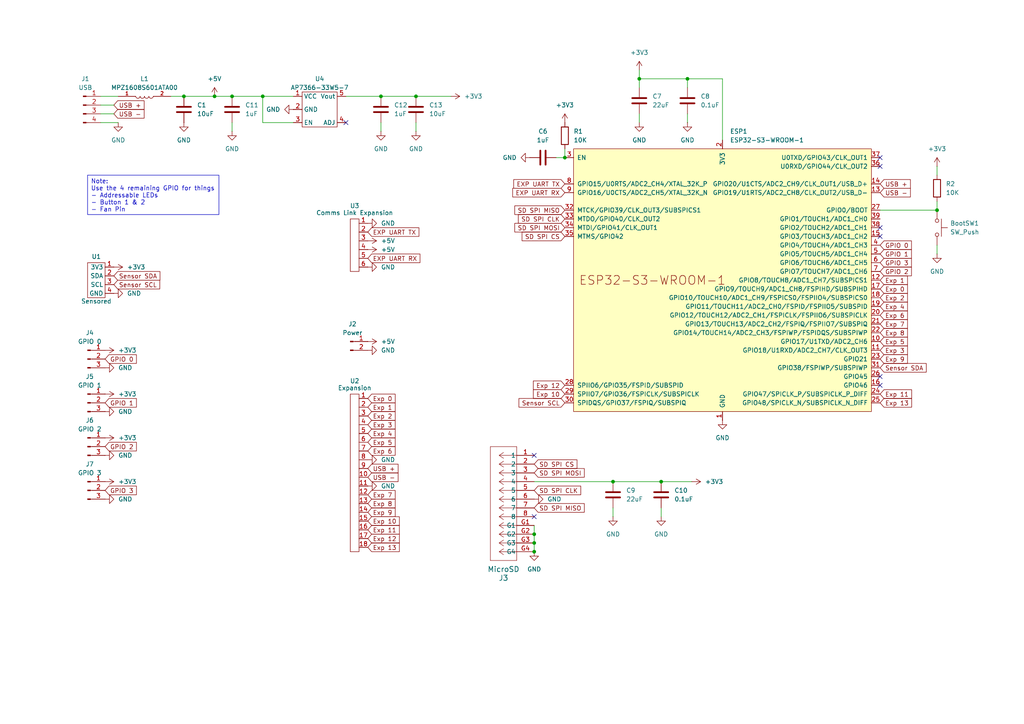
<source format=kicad_sch>
(kicad_sch (version 20231120) (generator "eeschema") (generator_version "8.0")
  (paper "A4")
  (lib_symbols
    (symbol "AP7366_SOT_25:AP7366_SOT25"
      (property "Reference" "U" (at 0 5.334 0))
      (symbol "AP7366_SOT25_0_1"
        (rectangle (start -5.08 3.81) (end 5.08 -6.35))
      )
      (symbol "AP7366_SOT25_1_1"
        (pin power_in line (at -7.62 2.54 0) (length 2.54) (name "VCC") (number "1"))
        (pin power_in line (at -7.62 -1.27 0) (length 2.54) (name "GND") (number "2"))
        (pin input line (at -7.62 -5.08 0) (length 2.54) (name "EN") (number "3"))
        (pin power_in line (at 7.62 -5.08 180) (length 2.54) (name "ADJ") (number "4"))
        (pin power_in line (at 7.62 2.54 180) (length 2.54) (name "Vout") (number "5"))
      )
    )
    (symbol "Connector:Conn_01x02_Pin" (pin_names (offset 1.016) hide)
      (property "Reference" "J" (at 0 2.54 0))
      (property "Value" "Conn_01x02_Pin" (at 0 -5.08 0))
      (symbol "Conn_01x02_Pin_1_1"
        (polyline (pts (xy 1.27 -2.54) (xy 0.8636 -2.54)) (stroke (width 0.1524)))
        (polyline (pts (xy 1.27 0) (xy 0.8636 0)) (stroke (width 0.1524)))
        (rectangle (start 0.8636 -2.413) (end 0 -2.667) (stroke (width 0.1524)) (fill (type outline)))
        (rectangle (start 0.8636 0.127) (end 0 -0.127) (stroke (width 0.1524)) (fill (type outline)))
        (pin passive line (at 5.08 0 180) (length 3.81) (name "Pin_1") (number "1"))
        (pin passive line (at 5.08 -2.54 180) (length 3.81) (name "Pin_2") (number "2"))
      )
    )
    (symbol "Connector:Conn_01x03_Pin" (pin_names (offset 1.016) hide)
      (property "Reference" "J" (at 0 5.08 0))
      (property "Value" "Conn_01x03_Pin" (at 0 -5.08 0))
      (symbol "Conn_01x03_Pin_1_1"
        (polyline (pts (xy 1.27 -2.54) (xy 0.8636 -2.54)) (stroke (width 0.1524)))
        (polyline (pts (xy 1.27 0) (xy 0.8636 0)) (stroke (width 0.1524)))
        (polyline (pts (xy 1.27 2.54) (xy 0.8636 2.54)) (stroke (width 0.1524)))
        (rectangle (start 0.8636 -2.413) (end 0 -2.667) (stroke (width 0.1524)) (fill (type outline)))
        (rectangle (start 0.8636 0.127) (end 0 -0.127) (stroke (width 0.1524)) (fill (type outline)))
        (rectangle (start 0.8636 2.667) (end 0 2.413) (stroke (width 0.1524)) (fill (type outline)))
        (pin passive line (at 5.08 2.54 180) (length 3.81) (name "Pin_1") (number "1"))
        (pin passive line (at 5.08 0 180) (length 3.81) (name "Pin_2") (number "2"))
        (pin passive line (at 5.08 -2.54 180) (length 3.81) (name "Pin_3") (number "3"))
      )
    )
    (symbol "Connector:Conn_01x04_Pin" (pin_names (offset 1.016) hide)
      (property "Reference" "J" (at 0 5.08 0))
      (property "Value" "Conn_01x04_Pin" (at 0 -7.62 0))
      (symbol "Conn_01x04_Pin_1_1"
        (polyline (pts (xy 1.27 -5.08) (xy 0.8636 -5.08)) (stroke (width 0.1524)))
        (polyline (pts (xy 1.27 -2.54) (xy 0.8636 -2.54)) (stroke (width 0.1524)))
        (polyline (pts (xy 1.27 0) (xy 0.8636 0)) (stroke (width 0.1524)))
        (polyline (pts (xy 1.27 2.54) (xy 0.8636 2.54)) (stroke (width 0.1524)))
        (rectangle (start 0.8636 -4.953) (end 0 -5.207) (stroke (width 0.1524)) (fill (type outline)))
        (rectangle (start 0.8636 -2.413) (end 0 -2.667) (stroke (width 0.1524)) (fill (type outline)))
        (rectangle (start 0.8636 0.127) (end 0 -0.127) (stroke (width 0.1524)) (fill (type outline)))
        (rectangle (start 0.8636 2.667) (end 0 2.413) (stroke (width 0.1524)) (fill (type outline)))
        (pin passive line (at 5.08 2.54 180) (length 3.81) (name "Pin_1") (number "1"))
        (pin passive line (at 5.08 0 180) (length 3.81) (name "Pin_2") (number "2"))
        (pin passive line (at 5.08 -2.54 180) (length 3.81) (name "Pin_3") (number "3"))
        (pin passive line (at 5.08 -5.08 180) (length 3.81) (name "Pin_4") (number "4"))
      )
    )
    (symbol "Device:C" (pin_numbers hide) (pin_names (offset 0.254))
      (property "Reference" "C" (at 0.635 2.54 0))
      (property "Value" "C" (at 0.635 -2.54 0))
      (symbol "C_0_1"
        (polyline (pts (xy -2.032 -0.762) (xy 2.032 -0.762)) (stroke (width 0.508)))
        (polyline (pts (xy -2.032 0.762) (xy 2.032 0.762)) (stroke (width 0.508)))
      )
      (symbol "C_1_1"
        (pin passive line (at 0 3.81 270) (length 2.794) (name "~") (number "1"))
        (pin passive line (at 0 -3.81 90) (length 2.794) (name "~") (number "2"))
      )
    )
    (symbol "Device:R" (pin_numbers hide) (pin_names (offset 0))
      (property "Reference" "R" (at 2.032 0 90))
      (property "Value" "R" (at 0 0 90))
      (symbol "R_0_1"
        (rectangle (start -1.016 -2.54) (end 1.016 2.54) (stroke (width 0.254)))
      )
      (symbol "R_1_1"
        (pin passive line (at 0 3.81 270) (length 1.27) (name "~") (number "1"))
        (pin passive line (at 0 -3.81 90) (length 1.27) (name "~") (number "2"))
      )
    )
    (symbol "FCC_Connector:FFC_18P"
      (property "Reference" "U" (at 0 24.384 0))
      (symbol "FFC_18P_0_1"
        (rectangle (start -1.27 22.86) (end 1.27 -22.86))
      )
      (symbol "FFC_18P_1_1"
        (pin input line (at 3.81 21.59 180) (length 2.54) (name "") (number "1"))
        (pin input line (at 3.81 -1.27 180) (length 2.54) (name "") (number "10"))
        (pin input line (at 3.81 -3.81 180) (length 2.54) (name "") (number "11"))
        (pin input line (at 3.81 -6.35 180) (length 2.54) (name "") (number "12"))
        (pin input line (at 3.81 -8.89 180) (length 2.54) (name "") (number "13"))
        (pin input line (at 3.81 -11.43 180) (length 2.54) (name "") (number "14"))
        (pin input line (at 3.81 -13.97 180) (length 2.54) (name "") (number "15"))
        (pin input line (at 3.81 -16.51 180) (length 2.54) (name "") (number "16"))
        (pin input line (at 3.81 -19.05 180) (length 2.54) (name "") (number "17"))
        (pin input line (at 3.81 -21.59 180) (length 2.54) (name "") (number "18"))
        (pin input line (at 3.81 19.05 180) (length 2.54) (name "") (number "2"))
        (pin input line (at 3.81 16.51 180) (length 2.54) (name "") (number "3"))
        (pin input line (at 3.81 13.97 180) (length 2.54) (name "") (number "4"))
        (pin input line (at 3.81 11.43 180) (length 2.54) (name "") (number "5"))
        (pin input line (at 3.81 8.89 180) (length 2.54) (name "") (number "6"))
        (pin input line (at 3.81 6.35 180) (length 2.54) (name "") (number "7"))
        (pin input line (at 3.81 3.81 180) (length 2.54) (name "") (number "8"))
        (pin input line (at 3.81 1.27 180) (length 2.54) (name "") (number "9"))
      )
    )
    (symbol "FCC_Connector:FFC_6P"
      (property "Reference" "U" (at 0 9.398 0))
      (symbol "FFC_6P_0_1"
        (rectangle (start -1.27 7.62) (end 1.27 -7.62))
      )
      (symbol "FFC_6P_1_1"
        (pin input line (at 3.81 6.35 180) (length 2.54) (name "") (number "1"))
        (pin input line (at 3.81 3.81 180) (length 2.54) (name "") (number "2"))
        (pin input line (at 3.81 1.27 180) (length 2.54) (name "") (number "3"))
        (pin input line (at 3.81 -1.27 180) (length 2.54) (name "") (number "4"))
        (pin input line (at 3.81 -3.81 180) (length 2.54) (name "") (number "5"))
        (pin input line (at 3.81 -6.35 180) (length 2.54) (name "") (number "6"))
      )
    )
    (symbol "Ferrite_Bead_MPZ1608S601ATA00:MPZ1608S601ATA00" (pin_names (offset 1.016))
      (property "Reference" "L" (at -5.0885 1.9082 0))
      (property "Value" "MPZ1608S601ATA00" (at -5.0854 -2.5427 0))
      (symbol "MPZ1608S601ATA00_0_0"
        (arc (start -2.54 0) (mid -1.905 -0.5747) (end -1.27 0) (stroke (width 0.1524)))
        (arc (start -1.27 0) (mid -0.635 -0.5747) (end 0 0) (stroke (width 0.1524)))
        (arc (start 0 0) (mid 0.635 -0.5747) (end 1.27 0) (stroke (width 0.1524)))
        (arc (start 1.27 0) (mid 1.905 -0.5747) (end 2.54 0) (stroke (width 0.1524)))
        (pin passive line (at -7.62 0 0) (length 5.08) (name "~") (number "1"))
        (pin passive line (at 7.62 0 180) (length 5.08) (name "~") (number "2"))
      )
    )
    (symbol "MicroSD_473092651:473092651" (pin_names (offset 0.254))
      (property "Reference" "J" (at 8.89 6.35 0))
      (property "Value" "473092651" (at 0 0 0))
      (symbol "473092651_1_1"
        (polyline (pts (xy 5.08 -30.48) (xy 12.7 -30.48)) (stroke (width 0.127)))
        (polyline (pts (xy 5.08 2.54) (xy 5.08 -30.48)) (stroke (width 0.127)))
        (polyline (pts (xy 10.16 -27.94) (xy 5.08 -27.94)) (stroke (width 0.127)))
        (polyline (pts (xy 10.16 -27.94) (xy 8.89 -28.7867)) (stroke (width 0.127)))
        (polyline (pts (xy 10.16 -27.94) (xy 8.89 -27.0933)) (stroke (width 0.127)))
        (polyline (pts (xy 10.16 -25.4) (xy 5.08 -25.4)) (stroke (width 0.127)))
        (polyline (pts (xy 10.16 -25.4) (xy 8.89 -26.2467)) (stroke (width 0.127)))
        (polyline (pts (xy 10.16 -25.4) (xy 8.89 -24.5533)) (stroke (width 0.127)))
        (polyline (pts (xy 10.16 -22.86) (xy 5.08 -22.86)) (stroke (width 0.127)))
        (polyline (pts (xy 10.16 -22.86) (xy 8.89 -23.7067)) (stroke (width 0.127)))
        (polyline (pts (xy 10.16 -22.86) (xy 8.89 -22.0133)) (stroke (width 0.127)))
        (polyline (pts (xy 10.16 -20.32) (xy 5.08 -20.32)) (stroke (width 0.127)))
        (polyline (pts (xy 10.16 -20.32) (xy 8.89 -21.1667)) (stroke (width 0.127)))
        (polyline (pts (xy 10.16 -20.32) (xy 8.89 -19.4733)) (stroke (width 0.127)))
        (polyline (pts (xy 10.16 -17.78) (xy 5.08 -17.78)) (stroke (width 0.127)))
        (polyline (pts (xy 10.16 -17.78) (xy 8.89 -18.6267)) (stroke (width 0.127)))
        (polyline (pts (xy 10.16 -17.78) (xy 8.89 -16.9333)) (stroke (width 0.127)))
        (polyline (pts (xy 10.16 -15.24) (xy 5.08 -15.24)) (stroke (width 0.127)))
        (polyline (pts (xy 10.16 -15.24) (xy 8.89 -16.0867)) (stroke (width 0.127)))
        (polyline (pts (xy 10.16 -15.24) (xy 8.89 -14.3933)) (stroke (width 0.127)))
        (polyline (pts (xy 10.16 -12.7) (xy 5.08 -12.7)) (stroke (width 0.127)))
        (polyline (pts (xy 10.16 -12.7) (xy 8.89 -13.5467)) (stroke (width 0.127)))
        (polyline (pts (xy 10.16 -12.7) (xy 8.89 -11.8533)) (stroke (width 0.127)))
        (polyline (pts (xy 10.16 -10.16) (xy 5.08 -10.16)) (stroke (width 0.127)))
        (polyline (pts (xy 10.16 -10.16) (xy 8.89 -11.0067)) (stroke (width 0.127)))
        (polyline (pts (xy 10.16 -10.16) (xy 8.89 -9.3133)) (stroke (width 0.127)))
        (polyline (pts (xy 10.16 -7.62) (xy 5.08 -7.62)) (stroke (width 0.127)))
        (polyline (pts (xy 10.16 -7.62) (xy 8.89 -8.4667)) (stroke (width 0.127)))
        (polyline (pts (xy 10.16 -7.62) (xy 8.89 -6.7733)) (stroke (width 0.127)))
        (polyline (pts (xy 10.16 -5.08) (xy 5.08 -5.08)) (stroke (width 0.127)))
        (polyline (pts (xy 10.16 -5.08) (xy 8.89 -5.9267)) (stroke (width 0.127)))
        (polyline (pts (xy 10.16 -5.08) (xy 8.89 -4.2333)) (stroke (width 0.127)))
        (polyline (pts (xy 10.16 -2.54) (xy 5.08 -2.54)) (stroke (width 0.127)))
        (polyline (pts (xy 10.16 -2.54) (xy 8.89 -3.3867)) (stroke (width 0.127)))
        (polyline (pts (xy 10.16 -2.54) (xy 8.89 -1.6933)) (stroke (width 0.127)))
        (polyline (pts (xy 10.16 0) (xy 5.08 0)) (stroke (width 0.127)))
        (polyline (pts (xy 10.16 0) (xy 8.89 -0.8467)) (stroke (width 0.127)))
        (polyline (pts (xy 10.16 0) (xy 8.89 0.8467)) (stroke (width 0.127)))
        (polyline (pts (xy 12.7 -30.48) (xy 12.7 2.54)) (stroke (width 0.127)))
        (polyline (pts (xy 12.7 2.54) (xy 5.08 2.54)) (stroke (width 0.127)))
        (pin bidirectional line (at 0 0 0) (length 5.08) (name "1") (number "1"))
        (pin unspecified line (at 0 -2.54 0) (length 5.08) (name "2") (number "2"))
        (pin unspecified line (at 0 -5.08 0) (length 5.08) (name "3") (number "3"))
        (pin power_in line (at 0 -7.62 0) (length 5.08) (name "4") (number "4"))
        (pin unspecified line (at 0 -10.16 0) (length 5.08) (name "5") (number "5"))
        (pin power_out line (at 0 -12.7 0) (length 5.08) (name "6") (number "6"))
        (pin bidirectional line (at 0 -15.24 0) (length 5.08) (name "7") (number "7"))
        (pin bidirectional line (at 0 -17.78 0) (length 5.08) (name "8") (number "8"))
        (pin power_out line (at 0 -20.32 0) (length 5.08) (name "G1") (number "G1"))
        (pin power_out line (at 0 -22.86 0) (length 5.08) (name "G2") (number "G2"))
        (pin unspecified line (at 0 -25.4 0) (length 5.08) (name "G3") (number "G3"))
        (pin unspecified line (at 0 -27.94 0) (length 5.08) (name "G4") (number "G4"))
      )
      (symbol "473092651_1_2"
        (polyline (pts (xy 5.08 -30.48) (xy 12.7 -30.48)) (stroke (width 0.127)))
        (polyline (pts (xy 5.08 2.54) (xy 5.08 -30.48)) (stroke (width 0.127)))
        (polyline (pts (xy 7.62 -27.94) (xy 5.08 -27.94)) (stroke (width 0.127)))
        (polyline (pts (xy 7.62 -27.94) (xy 8.89 -28.7867)) (stroke (width 0.127)))
        (polyline (pts (xy 7.62 -27.94) (xy 8.89 -27.0933)) (stroke (width 0.127)))
        (polyline (pts (xy 7.62 -25.4) (xy 5.08 -25.4)) (stroke (width 0.127)))
        (polyline (pts (xy 7.62 -25.4) (xy 8.89 -26.2467)) (stroke (width 0.127)))
        (polyline (pts (xy 7.62 -25.4) (xy 8.89 -24.5533)) (stroke (width 0.127)))
        (polyline (pts (xy 7.62 -22.86) (xy 5.08 -22.86)) (stroke (width 0.127)))
        (polyline (pts (xy 7.62 -22.86) (xy 8.89 -23.7067)) (stroke (width 0.127)))
        (polyline (pts (xy 7.62 -22.86) (xy 8.89 -22.0133)) (stroke (width 0.127)))
        (polyline (pts (xy 7.62 -20.32) (xy 5.08 -20.32)) (stroke (width 0.127)))
        (polyline (pts (xy 7.62 -20.32) (xy 8.89 -21.1667)) (stroke (width 0.127)))
        (polyline (pts (xy 7.62 -20.32) (xy 8.89 -19.4733)) (stroke (width 0.127)))
        (polyline (pts (xy 7.62 -17.78) (xy 5.08 -17.78)) (stroke (width 0.127)))
        (polyline (pts (xy 7.62 -17.78) (xy 8.89 -18.6267)) (stroke (width 0.127)))
        (polyline (pts (xy 7.62 -17.78) (xy 8.89 -16.9333)) (stroke (width 0.127)))
        (polyline (pts (xy 7.62 -15.24) (xy 5.08 -15.24)) (stroke (width 0.127)))
        (polyline (pts (xy 7.62 -15.24) (xy 8.89 -16.0867)) (stroke (width 0.127)))
        (polyline (pts (xy 7.62 -15.24) (xy 8.89 -14.3933)) (stroke (width 0.127)))
        (polyline (pts (xy 7.62 -12.7) (xy 5.08 -12.7)) (stroke (width 0.127)))
        (polyline (pts (xy 7.62 -12.7) (xy 8.89 -13.5467)) (stroke (width 0.127)))
        (polyline (pts (xy 7.62 -12.7) (xy 8.89 -11.8533)) (stroke (width 0.127)))
        (polyline (pts (xy 7.62 -10.16) (xy 5.08 -10.16)) (stroke (width 0.127)))
        (polyline (pts (xy 7.62 -10.16) (xy 8.89 -11.0067)) (stroke (width 0.127)))
        (polyline (pts (xy 7.62 -10.16) (xy 8.89 -9.3133)) (stroke (width 0.127)))
        (polyline (pts (xy 7.62 -7.62) (xy 5.08 -7.62)) (stroke (width 0.127)))
        (polyline (pts (xy 7.62 -7.62) (xy 8.89 -8.4667)) (stroke (width 0.127)))
        (polyline (pts (xy 7.62 -7.62) (xy 8.89 -6.7733)) (stroke (width 0.127)))
        (polyline (pts (xy 7.62 -5.08) (xy 5.08 -5.08)) (stroke (width 0.127)))
        (polyline (pts (xy 7.62 -5.08) (xy 8.89 -5.9267)) (stroke (width 0.127)))
        (polyline (pts (xy 7.62 -5.08) (xy 8.89 -4.2333)) (stroke (width 0.127)))
        (polyline (pts (xy 7.62 -2.54) (xy 5.08 -2.54)) (stroke (width 0.127)))
        (polyline (pts (xy 7.62 -2.54) (xy 8.89 -3.3867)) (stroke (width 0.127)))
        (polyline (pts (xy 7.62 -2.54) (xy 8.89 -1.6933)) (stroke (width 0.127)))
        (polyline (pts (xy 7.62 0) (xy 5.08 0)) (stroke (width 0.127)))
        (polyline (pts (xy 7.62 0) (xy 8.89 -0.8467)) (stroke (width 0.127)))
        (polyline (pts (xy 7.62 0) (xy 8.89 0.8467)) (stroke (width 0.127)))
        (polyline (pts (xy 12.7 -30.48) (xy 12.7 2.54)) (stroke (width 0.127)))
        (polyline (pts (xy 12.7 2.54) (xy 5.08 2.54)) (stroke (width 0.127)))
        (pin bidirectional line (at 0 0 0) (length 5.08) (name "1") (number "1"))
        (pin unspecified line (at 0 -2.54 0) (length 5.08) (name "2") (number "2"))
        (pin unspecified line (at 0 -5.08 0) (length 5.08) (name "3") (number "3"))
        (pin power_in line (at 0 -7.62 0) (length 5.08) (name "4") (number "4"))
        (pin unspecified line (at 0 -10.16 0) (length 5.08) (name "5") (number "5"))
        (pin power_out line (at 0 -12.7 0) (length 5.08) (name "6") (number "6"))
        (pin bidirectional line (at 0 -15.24 0) (length 5.08) (name "7") (number "7"))
        (pin bidirectional line (at 0 -17.78 0) (length 5.08) (name "8") (number "8"))
        (pin power_out line (at 0 -20.32 0) (length 5.08) (name "G1") (number "G1"))
        (pin power_out line (at 0 -22.86 0) (length 5.08) (name "G2") (number "G2"))
        (pin unspecified line (at 0 -25.4 0) (length 5.08) (name "G3") (number "G3"))
        (pin unspecified line (at 0 -27.94 0) (length 5.08) (name "G4") (number "G4"))
      )
    )
    (symbol "PCM_Espressif:ESP32-S3-WROOM-1" (pin_names (offset 1.016))
      (property "Reference" "U" (at -43.18 43.18 0))
      (property "Value" "ESP32-S3-WROOM-1" (at -43.18 40.64 0))
      (symbol "ESP32-S3-WROOM-1_0_0"
        (text "ESP32-S3-WROOM-1" (at -20.32 0 0) (effects (font (size 2.54 2.54))))
        (pin power_in line (at 0 -40.64 90) (length 2.54) (name "GND") (number "1"))
        (pin bidirectional line (at 45.72 -17.78 180) (length 2.54) (name "GPIO17/U1TXD/ADC2_CH6") (number "10"))
        (pin bidirectional line (at 45.72 -20.32 180) (length 2.54) (name "GPIO18/U1RXD/ADC2_CH7/CLK_OUT3") (number "11"))
        (pin bidirectional line (at 45.72 0 180) (length 2.54) (name "GPIO8/TOUCH8/ADC1_CH7/SUBSPICS1") (number "12"))
        (pin bidirectional line (at 45.72 25.4 180) (length 2.54) (name "GPIO19/U1RTS/ADC2_CH8/CLK_OUT2/USB_D-") (number "13"))
        (pin bidirectional line (at 45.72 27.94 180) (length 2.54) (name "GPIO20/U1CTS/ADC2_CH9/CLK_OUT1/USB_D+") (number "14"))
        (pin bidirectional line (at 45.72 12.7 180) (length 2.54) (name "GPIO3/TOUCH3/ADC1_CH2") (number "15"))
        (pin bidirectional line (at 45.72 -30.48 180) (length 2.54) (name "GPIO46") (number "16"))
        (pin bidirectional line (at 45.72 -2.54 180) (length 2.54) (name "GPIO9/TOUCH9/ADC1_CH8/FSPIHD/SUBSPIHD") (number "17"))
        (pin bidirectional line (at 45.72 -5.08 180) (length 2.54) (name "GPIO10/TOUCH10/ADC1_CH9/FSPICS0/FSPIIO4/SUBSPICS0") (number "18"))
        (pin bidirectional line (at 45.72 -7.62 180) (length 2.54) (name "GPIO11/TOUCH11/ADC2_CH0/FSPID/FSPIIO5/SUBSPID") (number "19"))
        (pin power_in line (at 0 40.64 270) (length 2.54) (name "3V3") (number "2"))
        (pin bidirectional line (at 45.72 -10.16 180) (length 2.54) (name "GPIO12/TOUCH12/ADC2_CH1/FSPICLK/FSPIIO6/SUBSPICLK") (number "20"))
        (pin bidirectional line (at 45.72 -12.7 180) (length 2.54) (name "GPIO13/TOUCH13/ADC2_CH2/FSPIQ/FSPIIO7/SUBSPIQ") (number "21"))
        (pin bidirectional line (at 45.72 -15.24 180) (length 2.54) (name "GPIO14/TOUCH14/ADC2_CH3/FSPIWP/FSPIDQS/SUBSPIWP") (number "22"))
        (pin bidirectional line (at 45.72 -22.86 180) (length 2.54) (name "GPIO21") (number "23"))
        (pin bidirectional line (at 45.72 -33.02 180) (length 2.54) (name "GPIO47/SPICLK_P/SUBSPICLK_P_DIFF") (number "24"))
        (pin bidirectional line (at 45.72 -35.56 180) (length 2.54) (name "GPIO48/SPICLK_N/SUBSPICLK_N_DIFF") (number "25"))
        (pin bidirectional line (at 45.72 -27.94 180) (length 2.54) (name "GPIO45") (number "26"))
        (pin bidirectional line (at 45.72 20.32 180) (length 2.54) (name "GPIO0/BOOT") (number "27"))
        (pin bidirectional line (at -45.72 -30.48 0) (length 2.54) (name "SPIIO6/GPIO35/FSPID/SUBSPID") (number "28"))
        (pin bidirectional line (at -45.72 -33.02 0) (length 2.54) (name "SPIIO7/GPIO36/FSPICLK/SUBSPICLK") (number "29"))
        (pin input line (at -45.72 35.56 0) (length 2.54) (name "EN") (number "3"))
        (pin bidirectional line (at -45.72 -35.56 0) (length 2.54) (name "SPIDQS/GPIO37/FSPIQ/SUBSPIQ") (number "30"))
        (pin bidirectional line (at 45.72 -25.4 180) (length 2.54) (name "GPIO38/FSPIWP/SUBSPIWP") (number "31"))
        (pin bidirectional line (at -45.72 20.32 0) (length 2.54) (name "MTCK/GPIO39/CLK_OUT3/SUBSPICS1") (number "32"))
        (pin bidirectional line (at -45.72 17.78 0) (length 2.54) (name "MTDO/GPIO40/CLK_OUT2") (number "33"))
        (pin bidirectional line (at -45.72 15.24 0) (length 2.54) (name "MTDI/GPIO41/CLK_OUT1") (number "34"))
        (pin bidirectional line (at -45.72 12.7 0) (length 2.54) (name "MTMS/GPIO42") (number "35"))
        (pin bidirectional line (at 45.72 33.02 180) (length 2.54) (name "U0RXD/GPIO44/CLK_OUT2") (number "36"))
        (pin bidirectional line (at 45.72 35.56 180) (length 2.54) (name "U0TXD/GPIO43/CLK_OUT1") (number "37"))
        (pin bidirectional line (at 45.72 15.24 180) (length 2.54) (name "GPIO2/TOUCH2/ADC1_CH1") (number "38"))
        (pin bidirectional line (at 45.72 17.78 180) (length 2.54) (name "GPIO1/TOUCH1/ADC1_CH0") (number "39"))
        (pin bidirectional line (at 45.72 10.16 180) (length 2.54) (name "GPIO4/TOUCH4/ADC1_CH3") (number "4"))
        (pin passive line (at 0 -40.64 90) (length 2.54) hide (name "GND") (number "40"))
        (pin passive line (at 0 -40.64 90) (length 2.54) hide (name "GND") (number "41"))
        (pin bidirectional line (at 45.72 7.62 180) (length 2.54) (name "GPIO5/TOUCH5/ADC1_CH4") (number "5"))
        (pin bidirectional line (at 45.72 5.08 180) (length 2.54) (name "GPIO6/TOUCH6/ADC1_CH5") (number "6"))
        (pin bidirectional line (at 45.72 2.54 180) (length 2.54) (name "GPIO7/TOUCH7/ADC1_CH6") (number "7"))
        (pin bidirectional line (at -45.72 27.94 0) (length 2.54) (name "GPIO15/U0RTS/ADC2_CH4/XTAL_32K_P") (number "8"))
        (pin bidirectional line (at -45.72 25.4 0) (length 2.54) (name "GPIO16/U0CTS/ADC2_CH5/XTAL_32K_N") (number "9"))
      )
      (symbol "ESP32-S3-WROOM-1_0_1"
        (rectangle (start -43.18 38.1) (end 43.18 -38.1) (fill (type background)))
      )
    )
    (symbol "Sensored:Sensored"
      (property "Reference" "U" (at 0 6.35 0))
      (symbol "Sensored_0_1"
        (rectangle (start -2.54 5.08) (end 2.54 -5.08))
      )
      (symbol "Sensored_1_1"
        (pin input line (at 5.08 3.81 180) (length 2.54) (name "3V3") (number "1"))
        (pin input line (at 5.08 1.27 180) (length 2.54) (name "SDA") (number "2"))
        (pin input line (at 5.08 -1.27 180) (length 2.54) (name "SCL") (number "3"))
        (pin input line (at 5.08 -3.81 180) (length 2.54) (name "GND") (number "4"))
      )
    )
    (symbol "Switch:SW_Push" (pin_numbers hide) (pin_names (offset 1.016) hide)
      (property "Reference" "SW" (at 1.27 2.54 0))
      (property "Value" "SW_Push" (at 0 -1.524 0))
      (symbol "SW_Push_0_1"
        (circle (center -2.032 0) (radius 0.508))
        (polyline (pts (xy 0 1.27) (xy 0 3.048)))
        (polyline (pts (xy 2.54 1.27) (xy -2.54 1.27)))
        (circle (center 2.032 0) (radius 0.508))
        (pin passive line (at -5.08 0 0) (length 2.54) (name "1") (number "1"))
        (pin passive line (at 5.08 0 180) (length 2.54) (name "2") (number "2"))
      )
    )
    (symbol "power:+3V3" (power) (pin_numbers hide) (pin_names (offset 0) hide)
      (property "Value" "+3V3" (at 0 3.556 0))
      (symbol "+3V3_0_1"
        (polyline (pts (xy -0.762 1.27) (xy 0 2.54)))
        (polyline (pts (xy 0 0) (xy 0 2.54)))
        (polyline (pts (xy 0 2.54) (xy 0.762 1.27)))
      )
      (symbol "+3V3_1_1"
        (pin power_in line (at 0 0 90) (length 0) (name "~") (number "1"))
      )
    )
    (symbol "power:+5V" (power) (pin_numbers hide) (pin_names (offset 0) hide)
      (property "Value" "+5V" (at 0 3.556 0))
      (symbol "+5V_0_1"
        (polyline (pts (xy -0.762 1.27) (xy 0 2.54)))
        (polyline (pts (xy 0 0) (xy 0 2.54)))
        (polyline (pts (xy 0 2.54) (xy 0.762 1.27)))
      )
      (symbol "+5V_1_1"
        (pin power_in line (at 0 0 90) (length 0) (name "~") (number "1"))
      )
    )
    (symbol "power:GND" (power) (pin_numbers hide) (pin_names (offset 0) hide)
      (property "Value" "GND" (at 0 -3.81 0))
      (symbol "GND_0_1"
        (polyline (pts (xy 0 0) (xy 0 -1.27) (xy 1.27 -1.27) (xy 0 -2.54) (xy -1.27 -1.27) (xy 0 -1.27)))
      )
      (symbol "GND_1_1"
        (pin power_in line (at 0 0 270) (length 0) (name "~") (number "1"))
      )
    )
  )
  (junction (at 120.65 27.94))
  (junction (at 271.78 60.96))
  (junction (at 62.23 27.94))
  (junction (at 76.2 27.94))
  (junction (at 53.34 27.94))
  (junction (at 67.31 27.94))
  (junction (at 199.39 22.86))
  (junction (at 163.83 45.72))
  (junction (at 154.94 160.02))
  (junction (at 110.49 27.94))
  (junction (at 154.94 154.94))
  (junction (at 154.94 157.48))
  (junction (at 177.8 139.7))
  (junction (at 185.42 22.86))
  (junction (at 191.77 139.7))
  (no_connect (at 255.27 66.04))
  (no_connect (at 255.27 111.76))
  (no_connect (at 154.94 149.86))
  (no_connect (at 100.33 35.56))
  (no_connect (at 255.27 109.22))
  (no_connect (at 255.27 68.58))
  (no_connect (at 154.94 132.08))
  (no_connect (at 255.27 48.26))
  (no_connect (at 255.27 45.72))
  (wire (pts (xy 271.78 48.26) (xy 271.78 50.8)))
  (wire (pts (xy 29.21 30.48) (xy 33.02 30.48)))
  (wire (pts (xy 67.31 27.94) (xy 76.2 27.94)))
  (wire (pts (xy 110.49 35.56) (xy 110.49 38.1)))
  (wire (pts (xy 163.83 43.18) (xy 163.83 45.72)))
  (wire (pts (xy 271.78 73.66) (xy 271.78 71.12)))
  (wire (pts (xy 67.31 35.56) (xy 67.31 38.1)))
  (wire (pts (xy 271.78 58.42) (xy 271.78 60.96)))
  (wire (pts (xy 209.55 22.86) (xy 209.55 40.64)))
  (wire (pts (xy 53.34 27.94) (xy 62.23 27.94)))
  (wire (pts (xy 154.94 157.48) (xy 154.94 160.02)))
  (wire (pts (xy 100.33 27.94) (xy 110.49 27.94)))
  (wire (pts (xy 120.65 27.94) (xy 110.49 27.94)))
  (wire (pts (xy 161.29 45.72) (xy 163.83 45.72)))
  (wire (pts (xy 185.42 22.86) (xy 185.42 25.4)))
  (wire (pts (xy 120.65 27.94) (xy 130.81 27.94)))
  (wire (pts (xy 154.94 139.7) (xy 177.8 139.7)))
  (wire (pts (xy 177.8 139.7) (xy 191.77 139.7)))
  (wire (pts (xy 29.21 35.56) (xy 34.29 35.56)))
  (wire (pts (xy 199.39 22.86) (xy 209.55 22.86)))
  (wire (pts (xy 177.8 147.32) (xy 177.8 149.86)))
  (wire (pts (xy 154.94 152.4) (xy 154.94 154.94)))
  (wire (pts (xy 76.2 27.94) (xy 85.09 27.94)))
  (wire (pts (xy 76.2 35.56) (xy 76.2 27.94)))
  (wire (pts (xy 185.42 33.02) (xy 185.42 35.56)))
  (wire (pts (xy 85.09 35.56) (xy 76.2 35.56)))
  (wire (pts (xy 120.65 35.56) (xy 120.65 38.1)))
  (wire (pts (xy 49.53 27.94) (xy 53.34 27.94)))
  (wire (pts (xy 154.94 154.94) (xy 154.94 157.48)))
  (wire (pts (xy 199.39 22.86) (xy 199.39 25.4)))
  (wire (pts (xy 199.39 33.02) (xy 199.39 35.56)))
  (wire (pts (xy 29.21 33.02) (xy 33.02 33.02)))
  (wire (pts (xy 62.23 27.94) (xy 67.31 27.94)))
  (wire (pts (xy 29.21 27.94) (xy 34.29 27.94)))
  (wire (pts (xy 191.77 147.32) (xy 191.77 149.86)))
  (wire (pts (xy 200.66 139.7) (xy 191.77 139.7)))
  (wire (pts (xy 255.27 60.96) (xy 271.78 60.96)))
  (wire (pts (xy 185.42 20.32) (xy 185.42 22.86)))
  (wire (pts (xy 185.42 22.86) (xy 199.39 22.86)))
  (text_box "Note:\nUse the 4 remaining GPIO for things\n- Addressable LEDs\n- Button 1 & 2\n- Fan Pin" (at 25.4 50.8 0) (size 38.1 11.43) (effects (font (size 1.27 1.27)) (justify left top)))
  (global_label "Exp 4" (shape input) (at 106.68 125.73 0) (property "Intersheetrefs" "${INTERSHEET_REFS}" (effects (hide yes))))
  (global_label "Exp 7" (shape input) (at 106.68 143.51 0) (property "Intersheetrefs" "${INTERSHEET_REFS}" (effects (hide yes))))
  (global_label "SD SPI MOSI" (shape input) (at 154.94 137.16 0) (property "Intersheetrefs" "${INTERSHEET_REFS}" (effects (hide yes))))
  (global_label "USB -" (shape input) (at 255.27 55.88 0) (property "Intersheetrefs" "${INTERSHEET_REFS}" (effects (hide yes))))
  (global_label "Sensor SDA" (shape input) (at 33.02 80.01 0) (property "Intersheetrefs" "${INTERSHEET_REFS}" (effects (hide yes))))
  (global_label "GPIO 3" (shape input) (at 30.48 142.24 0) (property "Intersheetrefs" "${INTERSHEET_REFS}" (effects (hide yes))))
  (global_label "Exp 0" (shape input) (at 255.27 83.82 0) (property "Intersheetrefs" "${INTERSHEET_REFS}" (effects (hide yes))))
  (global_label "Exp 10" (shape input) (at 106.68 151.13 0) (property "Intersheetrefs" "${INTERSHEET_REFS}" (effects (hide yes))))
  (global_label "GPIO 0" (shape input) (at 30.48 104.14 0) (property "Intersheetrefs" "${INTERSHEET_REFS}" (effects (hide yes))))
  (global_label "GPIO 1" (shape input) (at 255.27 73.66 0) (property "Intersheetrefs" "${INTERSHEET_REFS}" (effects (hide yes))))
  (global_label "Exp 2" (shape input) (at 255.27 86.36 0) (property "Intersheetrefs" "${INTERSHEET_REFS}" (effects (hide yes))))
  (global_label "Sensor SDA" (shape input) (at 255.27 106.68 0) (property "Intersheetrefs" "${INTERSHEET_REFS}" (effects (hide yes))))
  (global_label "USB +" (shape input) (at 33.02 30.48 0) (property "Intersheetrefs" "${INTERSHEET_REFS}" (effects (hide yes))))
  (global_label "SD SPI CS" (shape input) (at 154.94 134.62 0) (property "Intersheetrefs" "${INTERSHEET_REFS}" (effects (hide yes))))
  (global_label "Exp 10" (shape input) (at 163.83 114.3 180) (property "Intersheetrefs" "${INTERSHEET_REFS}" (effects (hide yes))))
  (global_label "GPIO 2" (shape input) (at 30.48 129.54 0) (property "Intersheetrefs" "${INTERSHEET_REFS}" (effects (hide yes))))
  (global_label "SD SPI CLK" (shape input) (at 154.94 142.24 0) (property "Intersheetrefs" "${INTERSHEET_REFS}" (effects (hide yes))))
  (global_label "Exp 12" (shape input) (at 106.68 156.21 0) (property "Intersheetrefs" "${INTERSHEET_REFS}" (effects (hide yes))))
  (global_label "Exp 8" (shape input) (at 106.68 146.05 0) (property "Intersheetrefs" "${INTERSHEET_REFS}" (effects (hide yes))))
  (global_label "Exp 3" (shape input) (at 106.68 123.19 0) (property "Intersheetrefs" "${INTERSHEET_REFS}" (effects (hide yes))))
  (global_label "SD SPI MOSI" (shape input) (at 163.83 66.04 180) (property "Intersheetrefs" "${INTERSHEET_REFS}" (effects (hide yes))))
  (global_label "SD SPI MISO" (shape input) (at 163.83 60.96 180) (property "Intersheetrefs" "${INTERSHEET_REFS}" (effects (hide yes))))
  (global_label "Exp 13" (shape input) (at 255.27 116.84 0) (property "Intersheetrefs" "${INTERSHEET_REFS}" (effects (hide yes))))
  (global_label "SD SPI CLK" (shape input) (at 163.83 63.5 180) (property "Intersheetrefs" "${INTERSHEET_REFS}" (effects (hide yes))))
  (global_label "Exp 6" (shape input) (at 255.27 91.44 0) (property "Intersheetrefs" "${INTERSHEET_REFS}" (effects (hide yes))))
  (global_label "GPIO 0" (shape input) (at 255.27 71.12 0) (property "Intersheetrefs" "${INTERSHEET_REFS}" (effects (hide yes))))
  (global_label "EXP UART TX" (shape input) (at 163.83 53.34 180) (property "Intersheetrefs" "${INTERSHEET_REFS}" (effects (hide yes))))
  (global_label "Sensor SCL" (shape input) (at 163.83 116.84 180) (property "Intersheetrefs" "${INTERSHEET_REFS}" (effects (hide yes))))
  (global_label "Exp 4" (shape input) (at 255.27 88.9 0) (property "Intersheetrefs" "${INTERSHEET_REFS}" (effects (hide yes))))
  (global_label "USB +" (shape input) (at 106.68 135.89 0) (property "Intersheetrefs" "${INTERSHEET_REFS}" (effects (hide yes))))
  (global_label "SD SPI MISO" (shape input) (at 154.94 147.32 0) (property "Intersheetrefs" "${INTERSHEET_REFS}" (effects (hide yes))))
  (global_label "EXP UART TX" (shape input) (at 106.68 67.31 0) (property "Intersheetrefs" "${INTERSHEET_REFS}" (effects (hide yes))))
  (global_label "GPIO 2" (shape input) (at 255.27 78.74 0) (property "Intersheetrefs" "${INTERSHEET_REFS}" (effects (hide yes))))
  (global_label "Exp 1" (shape input) (at 255.27 81.28 0) (property "Intersheetrefs" "${INTERSHEET_REFS}" (effects (hide yes))))
  (global_label "Exp 13" (shape input) (at 106.68 158.75 0) (property "Intersheetrefs" "${INTERSHEET_REFS}" (effects (hide yes))))
  (global_label "Exp 5" (shape input) (at 255.27 99.06 0) (property "Intersheetrefs" "${INTERSHEET_REFS}" (effects (hide yes))))
  (global_label "SD SPI CS" (shape input) (at 163.83 68.58 180) (property "Intersheetrefs" "${INTERSHEET_REFS}" (effects (hide yes))))
  (global_label "EXP UART RX" (shape input) (at 106.68 74.93 0) (property "Intersheetrefs" "${INTERSHEET_REFS}" (effects (hide yes))))
  (global_label "Exp 12" (shape input) (at 163.83 111.76 180) (property "Intersheetrefs" "${INTERSHEET_REFS}" (effects (hide yes))))
  (global_label "Exp 1" (shape input) (at 106.68 118.11 0) (property "Intersheetrefs" "${INTERSHEET_REFS}" (effects (hide yes))))
  (global_label "Exp 3" (shape input) (at 255.27 101.6 0) (property "Intersheetrefs" "${INTERSHEET_REFS}" (effects (hide yes))))
  (global_label "Exp 6" (shape input) (at 106.68 130.81 0) (property "Intersheetrefs" "${INTERSHEET_REFS}" (effects (hide yes))))
  (global_label "Exp 11" (shape input) (at 255.27 114.3 0) (property "Intersheetrefs" "${INTERSHEET_REFS}" (effects (hide yes))))
  (global_label "Exp 7" (shape input) (at 255.27 93.98 0) (property "Intersheetrefs" "${INTERSHEET_REFS}" (effects (hide yes))))
  (global_label "Exp 2" (shape input) (at 106.68 120.65 0) (property "Intersheetrefs" "${INTERSHEET_REFS}" (effects (hide yes))))
  (global_label "USB -" (shape input) (at 106.68 138.43 0) (property "Intersheetrefs" "${INTERSHEET_REFS}" (effects (hide yes))))
  (global_label "Exp 5" (shape input) (at 106.68 128.27 0) (property "Intersheetrefs" "${INTERSHEET_REFS}" (effects (hide yes))))
  (global_label "USB +" (shape input) (at 255.27 53.34 0) (property "Intersheetrefs" "${INTERSHEET_REFS}" (effects (hide yes))))
  (global_label "USB -" (shape input) (at 33.02 33.02 0) (property "Intersheetrefs" "${INTERSHEET_REFS}" (effects (hide yes))))
  (global_label "Exp 9" (shape input) (at 106.68 148.59 0) (property "Intersheetrefs" "${INTERSHEET_REFS}" (effects (hide yes))))
  (global_label "GPIO 3" (shape input) (at 255.27 76.2 0) (property "Intersheetrefs" "${INTERSHEET_REFS}" (effects (hide yes))))
  (global_label "Exp 8" (shape input) (at 255.27 96.52 0) (property "Intersheetrefs" "${INTERSHEET_REFS}" (effects (hide yes))))
  (global_label "EXP UART RX" (shape input) (at 163.83 55.88 180) (property "Intersheetrefs" "${INTERSHEET_REFS}" (effects (hide yes))))
  (global_label "Exp 11" (shape input) (at 106.68 153.67 0) (property "Intersheetrefs" "${INTERSHEET_REFS}" (effects (hide yes))))
  (global_label "GPIO 1" (shape input) (at 30.48 116.84 0) (property "Intersheetrefs" "${INTERSHEET_REFS}" (effects (hide yes))))
  (global_label "Exp 9" (shape input) (at 255.27 104.14 0) (property "Intersheetrefs" "${INTERSHEET_REFS}" (effects (hide yes))))
  (global_label "Exp 0" (shape input) (at 106.68 115.57 0) (property "Intersheetrefs" "${INTERSHEET_REFS}" (effects (hide yes))))
  (global_label "Sensor SCL" (shape input) (at 33.02 82.55 0) (property "Intersheetrefs" "${INTERSHEET_REFS}" (effects (hide yes))))
  (symbol (lib_id "power:+3V3") (at 30.48 114.3 270) (unit 1)
    (property "Reference" "#PWR034" (effects (hide yes)))
    (property "Value" "+3V3" (at 34.29 114.2999 90) (effects (justify left)))
    (property "Description" "Power symbol creates a global label with name \"+3V3\"" (effects (hide yes)))
  )
  (symbol (lib_id "Switch:SW_Push") (at 271.78 66.04 270) (unit 1)
    (property "Reference" "BootSW1" (at 275.59 64.7699 90) (effects (justify left)))
    (property "Value" "SW_Push" (at 275.59 67.3099 90) (effects (justify left)))
    (property "Footprint" "Button-R-667843:Button-R-667843" (effects (hide yes)))
    (property "Description" "Push button switch, generic, two pins" (effects (hide yes)))
  )
  (symbol (lib_id "power:GND") (at 153.67 45.72 270) (unit 1)
    (property "Reference" "#PWR011" (effects (hide yes)))
    (property "Value" "GND" (at 149.86 45.7199 90) (effects (justify right)))
    (property "Description" "Power symbol creates a global label with name \"GND\" , ground" (effects (hide yes)))
  )
  (symbol (lib_id "Ferrite_Bead_MPZ1608S601ATA00:MPZ1608S601ATA00") (at 41.91 27.94 0) (unit 1)
    (property "Reference" "L1" (at 41.91 22.86 0))
    (property "Value" "MPZ1608S601ATA00" (at 41.91 25.4 0))
    (property "Footprint" "Ferrite_Bead_MPZ1608S601ATA00:INDC1608X95N" (effects (hide yes)))
  )
  (symbol (lib_id "PCM_Espressif:ESP32-S3-WROOM-1") (at 209.55 81.28 0) (unit 1)
    (property "Reference" "ESP1" (at 211.7441 38.1 0) (effects (justify left)))
    (property "Value" "ESP32-S3-WROOM-1" (at 211.7441 40.64 0) (effects (justify left)))
    (property "Footprint" "PCM_Espressif:ESP32-S3-WROOM-1U" (effects (hide yes)))
    (property "Datasheet" "https://www.espressif.com/sites/default/files/documentation/esp32-s3-wroom-1_wroom-1u_datasheet_en.pdf" (effects (hide yes)))
    (property "Description" "2.4 GHz WiFi (802.11 b/g/n) and Bluetooth ® 5 (LE) module Built around ESP32S3 series of SoCs, Xtensa ® dualcore 32bit LX7 microprocessor Flash up to 16 MB, PSRAM up to 8 MB 36 GPIOs, rich set of peripherals Onboard PCB antenna" (effects (hide yes)))
  )
  (symbol (lib_id "Device:C") (at 120.65 31.75 0) (unit 1)
    (property "Reference" "C13" (at 124.46 30.4799 0) (effects (justify left)))
    (property "Value" "10uF" (at 124.46 33.0199 0) (effects (justify left)))
    (property "Footprint" "Capacitor_SMD:C_0603_1608Metric" (effects (hide yes)))
    (property "Description" "Unpolarized capacitor" (effects (hide yes)))
  )
  (symbol (lib_id "power:GND") (at 106.68 101.6 90) (unit 1)
    (property "Reference" "#PWR025" (effects (hide yes)))
    (property "Value" "GND" (at 110.49 101.5999 90) (effects (justify right)))
    (property "Description" "Power symbol creates a global label with name \"GND\" , ground" (effects (hide yes)))
  )
  (symbol (lib_id "power:GND") (at 30.48 132.08 90) (unit 1)
    (property "Reference" "#PWR037" (effects (hide yes)))
    (property "Value" "GND" (at 34.29 132.0799 90) (effects (justify right)))
    (property "Description" "Power symbol creates a global label with name \"GND\" , ground" (effects (hide yes)))
  )
  (symbol (lib_id "power:GND") (at 185.42 35.56 0) (unit 1)
    (property "Reference" "#PWR014" (effects (hide yes)))
    (property "Value" "GND" (at 185.42 40.64 0))
    (property "Description" "Power symbol creates a global label with name \"GND\" , ground" (effects (hide yes)))
  )
  (symbol (lib_id "Sensored:Sensored") (at 27.94 81.28 0) (unit 1)
    (property "Reference" "U1" (at 27.94 74.422 0))
    (property "Value" "Sensored" (at 27.94 87.376 0))
    (property "Footprint" "Sensored:Sensored" (effects (hide yes)))
  )
  (symbol (lib_id "power:GND") (at 85.09 31.75 270) (unit 1)
    (property "Reference" "#PWR028" (effects (hide yes)))
    (property "Value" "GND" (at 81.28 31.7499 90) (effects (justify right)))
    (property "Description" "Power symbol creates a global label with name \"GND\" , ground" (effects (hide yes)))
  )
  (symbol (lib_id "AP7366_SOT_25:AP7366_SOT25") (at 92.71 30.48 0) (unit 1)
    (property "Reference" "U4" (at 92.71 22.86 0))
    (property "Value" "AP7366-33W5-7" (at 92.71 25.4 0))
    (property "Footprint" "AP7366-SOT25:AP7366" (effects (hide yes)))
  )
  (symbol (lib_id "power:GND") (at 106.68 140.97 90) (unit 1)
    (property "Reference" "#PWR07" (effects (hide yes)))
    (property "Value" "GND" (at 110.49 140.9699 90) (effects (justify right)))
    (property "Description" "Power symbol creates a global label with name \"GND\" , ground" (effects (hide yes)))
  )
  (symbol (lib_id "power:+3V3") (at 200.66 139.7 270) (unit 1)
    (property "Reference" "#PWR020" (effects (hide yes)))
    (property "Value" "+3V3" (at 204.47 139.6999 90) (effects (justify left)))
    (property "Description" "Power symbol creates a global label with name \"+3V3\"" (effects (hide yes)))
  )
  (symbol (lib_id "Device:C") (at 191.77 143.51 0) (unit 1)
    (property "Reference" "C10" (at 195.58 142.2399 0) (effects (justify left)))
    (property "Value" "0.1uF" (at 195.58 144.7799 0) (effects (justify left)))
    (property "Footprint" "Capacitor_SMD:C_0402_1005Metric_Pad0.74x0.62mm_HandSolder" (effects (hide yes)))
    (property "Description" "Unpolarized capacitor" (effects (hide yes)))
  )
  (symbol (lib_id "power:+5V") (at 106.68 69.85 270) (unit 1)
    (property "Reference" "#PWR09" (effects (hide yes)))
    (property "Value" "+5V" (at 110.49 69.8499 90) (effects (justify left)))
    (property "Description" "Power symbol creates a global label with name \"+5V\"" (effects (hide yes)))
  )
  (symbol (lib_id "Device:C") (at 185.42 29.21 0) (unit 1)
    (property "Reference" "C7" (at 189.23 27.9399 0) (effects (justify left)))
    (property "Value" "22uF" (at 189.23 30.4799 0) (effects (justify left)))
    (property "Footprint" "Capacitor_SMD:C_0603_1608Metric_Pad1.08x0.95mm_HandSolder" (effects (hide yes)))
    (property "Description" "Unpolarized capacitor" (effects (hide yes)))
  )
  (symbol (lib_id "power:GND") (at 177.8 149.86 0) (unit 1)
    (property "Reference" "#PWR018" (effects (hide yes)))
    (property "Value" "GND" (at 177.8 154.94 0))
    (property "Description" "Power symbol creates a global label with name \"GND\" , ground" (effects (hide yes)))
  )
  (symbol (lib_id "power:+5V") (at 62.23 27.94 0) (unit 1)
    (property "Reference" "#PWR08" (effects (hide yes)))
    (property "Value" "+5V" (at 62.23 22.86 0))
    (property "Description" "Power symbol creates a global label with name \"+5V\"" (effects (hide yes)))
  )
  (symbol (lib_id "MicroSD_473092651:473092651") (at 154.94 132.08 0) (mirror y) (unit 1)
    (property "Reference" "J3" (at 146.05 167.64 0) (effects (font (size 1.524 1.524))))
    (property "Value" "MicroSD" (at 146.05 165.1 0) (effects (font (size 1.524 1.524))))
    (property "Footprint" "MicroSD_473092651:CONN12_47309-2651_MOL" (effects (hide yes)))
    (property "Datasheet" "473092651" (effects (hide yes)))
  )
  (symbol (lib_id "power:GND") (at 110.49 38.1 0) (unit 1)
    (property "Reference" "#PWR029" (effects (hide yes)))
    (property "Value" "GND" (at 110.49 43.18 0))
    (property "Description" "Power symbol creates a global label with name \"GND\" , ground" (effects (hide yes)))
  )
  (symbol (lib_id "power:GND") (at 67.31 38.1 0) (unit 1)
    (property "Reference" "#PWR027" (effects (hide yes)))
    (property "Value" "GND" (at 67.31 43.18 0))
    (property "Description" "Power symbol creates a global label with name \"GND\" , ground" (effects (hide yes)))
  )
  (symbol (lib_id "Device:R") (at 163.83 39.37 0) (unit 1)
    (property "Reference" "R1" (at 166.37 38.0999 0) (effects (justify left)))
    (property "Value" "10K" (at 166.37 40.6399 0) (effects (justify left)))
    (property "Footprint" "Resistor_SMD:R_0603_1608Metric" (effects (hide yes)))
    (property "Description" "Resistor" (effects (hide yes)))
  )
  (symbol (lib_id "Connector:Conn_01x03_Pin") (at 25.4 104.14 0) (unit 1)
    (property "Reference" "J4" (at 26.035 96.52 0))
    (property "Value" "GPIO 0" (at 26.035 99.06 0))
    (property "Footprint" "Connector_PinHeader_2.54mm:PinHeader_1x03_P2.54mm_Vertical" (effects (hide yes)))
    (property "Description" "Generic connector, single row, 01x03, script generated" (effects (hide yes)))
  )
  (symbol (lib_id "power:GND") (at 34.29 35.56 0) (unit 1)
    (property "Reference" "#PWR024" (effects (hide yes)))
    (property "Value" "GND" (at 34.29 40.64 0))
    (property "Description" "Power symbol creates a global label with name \"GND\" , ground" (effects (hide yes)))
  )
  (symbol (lib_id "Device:C") (at 177.8 143.51 0) (unit 1)
    (property "Reference" "C9" (at 181.61 142.2399 0) (effects (justify left)))
    (property "Value" "22uF" (at 181.61 144.7799 0) (effects (justify left)))
    (property "Footprint" "Capacitor_SMD:C_0603_1608Metric_Pad1.08x0.95mm_HandSolder" (effects (hide yes)))
    (property "Description" "Unpolarized capacitor" (effects (hide yes)))
  )
  (symbol (lib_id "power:GND") (at 154.94 144.78 90) (unit 1)
    (property "Reference" "#PWR05" (effects (hide yes)))
    (property "Value" "GND" (at 158.75 144.7799 90) (effects (justify right)))
    (property "Description" "Power symbol creates a global label with name \"GND\" , ground" (effects (hide yes)))
  )
  (symbol (lib_id "Connector:Conn_01x04_Pin") (at 24.13 30.48 0) (unit 1)
    (property "Reference" "J1" (at 24.765 22.86 0))
    (property "Value" "USB" (at 24.765 25.4 0))
    (property "Footprint" "Connector_Hirose:Hirose_DF13-04P-1.25DS_1x04_P1.25mm_Horizontal" (effects (hide yes)))
    (property "Description" "Generic connector, single row, 01x04, script generated" (effects (hide yes)))
  )
  (symbol (lib_id "Device:C") (at 157.48 45.72 90) (unit 1)
    (property "Reference" "C6" (at 157.48 38.1 90))
    (property "Value" "1uF" (at 157.48 40.64 90))
    (property "Footprint" "Capacitor_SMD:C_0603_1608Metric" (effects (hide yes)))
    (property "Description" "Unpolarized capacitor" (effects (hide yes)))
  )
  (symbol (lib_id "FCC_Connector:FFC_18P") (at 102.87 137.16 0) (unit 1)
    (property "Reference" "U2" (at 102.87 110.49 0))
    (property "Value" "Expansion" (at 102.87 112.522 0))
    (property "Footprint" "FFC_Connector:FFC Aliexpress 0.5mm 18P" (effects (hide yes)))
  )
  (symbol (lib_id "power:+3V3") (at 30.48 101.6 270) (unit 1)
    (property "Reference" "#PWR032" (effects (hide yes)))
    (property "Value" "+3V3" (at 34.29 101.5999 90) (effects (justify left)))
    (property "Description" "Power symbol creates a global label with name \"+3V3\"" (effects (hide yes)))
  )
  (symbol (lib_id "power:+3V3") (at 185.42 20.32 0) (unit 1)
    (property "Reference" "#PWR013" (effects (hide yes)))
    (property "Value" "+3V3" (at 185.42 15.24 0))
    (property "Description" "Power symbol creates a global label with name \"+3V3\"" (effects (hide yes)))
  )
  (symbol (lib_id "power:GND") (at 120.65 38.1 0) (unit 1)
    (property "Reference" "#PWR030" (effects (hide yes)))
    (property "Value" "GND" (at 120.65 43.18 0))
    (property "Description" "Power symbol creates a global label with name \"GND\" , ground" (effects (hide yes)))
  )
  (symbol (lib_id "power:GND") (at 53.34 35.56 0) (unit 1)
    (property "Reference" "#PWR031" (effects (hide yes)))
    (property "Value" "GND" (at 53.34 40.64 0))
    (property "Description" "Power symbol creates a global label with name \"GND\" , ground" (effects (hide yes)))
  )
  (symbol (lib_id "power:GND") (at 106.68 64.77 90) (unit 1)
    (property "Reference" "#PWR016" (effects (hide yes)))
    (property "Value" "GND" (at 110.49 64.7699 90) (effects (justify right)))
    (property "Description" "Power symbol creates a global label with name \"GND\" , ground" (effects (hide yes)))
  )
  (symbol (lib_id "Device:C") (at 67.31 31.75 0) (unit 1)
    (property "Reference" "C11" (at 71.12 30.4799 0) (effects (justify left)))
    (property "Value" "1uF" (at 71.12 33.0199 0) (effects (justify left)))
    (property "Footprint" "Resistor_SMD:R_0603_1608Metric" (effects (hide yes)))
    (property "Description" "Unpolarized capacitor" (effects (hide yes)))
  )
  (symbol (lib_id "power:GND") (at 106.68 77.47 90) (unit 1)
    (property "Reference" "#PWR023" (effects (hide yes)))
    (property "Value" "GND" (at 110.49 77.4699 90) (effects (justify right)))
    (property "Description" "Power symbol creates a global label with name \"GND\" , ground" (effects (hide yes)))
  )
  (symbol (lib_id "power:+3V3") (at 271.78 48.26 0) (unit 1)
    (property "Reference" "#PWR021" (effects (hide yes)))
    (property "Value" "+3V3" (at 271.78 43.18 0))
    (property "Description" "Power symbol creates a global label with name \"+3V3\"" (effects (hide yes)))
  )
  (symbol (lib_id "power:+3V3") (at 33.02 77.47 270) (unit 1)
    (property "Reference" "#PWR02" (effects (hide yes)))
    (property "Value" "+3V3" (at 36.83 77.4699 90) (effects (justify left)))
    (property "Description" "Power symbol creates a global label with name \"+3V3\"" (effects (hide yes)))
  )
  (symbol (lib_id "power:+3V3") (at 30.48 127 270) (unit 1)
    (property "Reference" "#PWR036" (effects (hide yes)))
    (property "Value" "+3V3" (at 34.29 126.9999 90) (effects (justify left)))
    (property "Description" "Power symbol creates a global label with name \"+3V3\"" (effects (hide yes)))
  )
  (symbol (lib_id "Connector:Conn_01x03_Pin") (at 25.4 116.84 0) (unit 1)
    (property "Reference" "J5" (at 26.035 109.22 0))
    (property "Value" "GPIO 1" (at 26.035 111.76 0))
    (property "Footprint" "Connector_PinHeader_2.54mm:PinHeader_1x03_P2.54mm_Vertical" (effects (hide yes)))
    (property "Description" "Generic connector, single row, 01x03, script generated" (effects (hide yes)))
  )
  (symbol (lib_id "power:+3V3") (at 130.81 27.94 270) (unit 1)
    (property "Reference" "#PWR01" (effects (hide yes)))
    (property "Value" "+3V3" (at 134.62 27.9399 90) (effects (justify left)))
    (property "Description" "Power symbol creates a global label with name \"+3V3\"" (effects (hide yes)))
  )
  (symbol (lib_id "Device:R") (at 271.78 54.61 0) (unit 1)
    (property "Reference" "R2" (at 274.32 53.3399 0) (effects (justify left)))
    (property "Value" "10K" (at 274.32 55.8799 0) (effects (justify left)))
    (property "Footprint" "Resistor_SMD:R_0603_1608Metric" (effects (hide yes)))
    (property "Description" "Resistor" (effects (hide yes)))
  )
  (symbol (lib_id "power:GND") (at 191.77 149.86 0) (unit 1)
    (property "Reference" "#PWR019" (effects (hide yes)))
    (property "Value" "GND" (at 191.77 154.94 0))
    (property "Description" "Power symbol creates a global label with name \"GND\" , ground" (effects (hide yes)))
  )
  (symbol (lib_id "power:+3V3") (at 30.48 139.7 270) (unit 1)
    (property "Reference" "#PWR038" (effects (hide yes)))
    (property "Value" "+3V3" (at 34.29 139.6999 90) (effects (justify left)))
    (property "Description" "Power symbol creates a global label with name \"+3V3\"" (effects (hide yes)))
  )
  (symbol (lib_id "power:+5V") (at 106.68 72.39 270) (unit 1)
    (property "Reference" "#PWR010" (effects (hide yes)))
    (property "Value" "+5V" (at 110.49 72.3899 90) (effects (justify left)))
    (property "Description" "Power symbol creates a global label with name \"+5V\"" (effects (hide yes)))
  )
  (symbol (lib_id "power:GND") (at 271.78 73.66 0) (unit 1)
    (property "Reference" "#PWR022" (effects (hide yes)))
    (property "Value" "GND" (at 271.78 78.74 0))
    (property "Description" "Power symbol creates a global label with name \"GND\" , ground" (effects (hide yes)))
  )
  (symbol (lib_id "power:GND") (at 154.94 160.02 0) (unit 1)
    (property "Reference" "#PWR04" (effects (hide yes)))
    (property "Value" "GND" (at 154.94 165.1 0))
    (property "Description" "Power symbol creates a global label with name \"GND\" , ground" (effects (hide yes)))
  )
  (symbol (lib_id "Device:C") (at 199.39 29.21 0) (unit 1)
    (property "Reference" "C8" (at 203.2 27.9399 0) (effects (justify left)))
    (property "Value" "0.1uF" (at 203.2 30.4799 0) (effects (justify left)))
    (property "Footprint" "Capacitor_SMD:C_0603_1608Metric_Pad1.08x0.95mm_HandSolder" (effects (hide yes)))
    (property "Description" "Unpolarized capacitor" (effects (hide yes)))
  )
  (symbol (lib_id "power:GND") (at 209.55 121.92 0) (unit 1)
    (property "Reference" "#PWR017" (effects (hide yes)))
    (property "Value" "GND" (at 209.55 127 0))
    (property "Description" "Power symbol creates a global label with name \"GND\" , ground" (effects (hide yes)))
  )
  (symbol (lib_id "power:GND") (at 30.48 119.38 90) (unit 1)
    (property "Reference" "#PWR035" (effects (hide yes)))
    (property "Value" "GND" (at 34.29 119.3799 90) (effects (justify right)))
    (property "Description" "Power symbol creates a global label with name \"GND\" , ground" (effects (hide yes)))
  )
  (symbol (lib_id "power:+5V") (at 106.68 99.06 270) (unit 1)
    (property "Reference" "#PWR026" (effects (hide yes)))
    (property "Value" "+5V" (at 110.49 99.0599 90) (effects (justify left)))
    (property "Description" "Power symbol creates a global label with name \"+5V\"" (effects (hide yes)))
  )
  (symbol (lib_id "power:GND") (at 30.48 106.68 90) (unit 1)
    (property "Reference" "#PWR033" (effects (hide yes)))
    (property "Value" "GND" (at 34.29 106.6799 90) (effects (justify right)))
    (property "Description" "Power symbol creates a global label with name \"GND\" , ground" (effects (hide yes)))
  )
  (symbol (lib_id "power:GND") (at 106.68 133.35 90) (unit 1)
    (property "Reference" "#PWR06" (effects (hide yes)))
    (property "Value" "GND" (at 110.49 133.3499 90) (effects (justify right)))
    (property "Description" "Power symbol creates a global label with name \"GND\" , ground" (effects (hide yes)))
  )
  (symbol (lib_id "power:GND") (at 33.02 85.09 90) (unit 1)
    (property "Reference" "#PWR03" (effects (hide yes)))
    (property "Value" "GND" (at 36.83 85.0899 90) (effects (justify right)))
    (property "Description" "Power symbol creates a global label with name \"GND\" , ground" (effects (hide yes)))
  )
  (symbol (lib_id "Device:C") (at 110.49 31.75 0) (unit 1)
    (property "Reference" "C12" (at 114.3 30.4799 0) (effects (justify left)))
    (property "Value" "1uF" (at 114.3 33.0199 0) (effects (justify left)))
    (property "Footprint" "Resistor_SMD:R_0603_1608Metric" (effects (hide yes)))
    (property "Description" "Unpolarized capacitor" (effects (hide yes)))
  )
  (symbol (lib_id "Connector:Conn_01x03_Pin") (at 25.4 129.54 0) (unit 1)
    (property "Reference" "J6" (at 26.035 121.92 0))
    (property "Value" "GPIO 2" (at 26.035 124.46 0))
    (property "Footprint" "Connector_PinHeader_2.54mm:PinHeader_1x03_P2.54mm_Vertical" (effects (hide yes)))
    (property "Description" "Generic connector, single row, 01x03, script generated" (effects (hide yes)))
  )
  (symbol (lib_id "FCC_Connector:FFC_6P") (at 102.87 71.12 0) (unit 1)
    (property "Reference" "U3" (at 102.87 59.69 0))
    (property "Value" "Comms Link Expansion" (at 102.87 61.722 0))
    (property "Footprint" "FFC_Connector:FFC Aliexpress 0.5mm 6P" (effects (hide yes)))
  )
  (symbol (lib_id "power:+3V3") (at 163.83 35.56 0) (unit 1)
    (property "Reference" "#PWR012" (effects (hide yes)))
    (property "Value" "+3V3" (at 163.83 30.48 0))
    (property "Description" "Power symbol creates a global label with name \"+3V3\"" (effects (hide yes)))
  )
  (symbol (lib_id "power:GND") (at 199.39 35.56 0) (unit 1)
    (property "Reference" "#PWR015" (effects (hide yes)))
    (property "Value" "GND" (at 199.39 40.64 0))
    (property "Description" "Power symbol creates a global label with name \"GND\" , ground" (effects (hide yes)))
  )
  (symbol (lib_id "Connector:Conn_01x02_Pin") (at 101.6 99.06 0) (unit 1)
    (property "Reference" "J2" (at 102.235 93.98 0))
    (property "Value" "Power" (at 102.235 96.52 0))
    (property "Footprint" "Connector_Hirose:Hirose_DF13-02P-1.25DS_1x02_P1.25mm_Horizontal" (effects (hide yes)))
    (property "Description" "Generic connector, single row, 01x02, script generated" (effects (hide yes)))
  )
  (symbol (lib_id "Connector:Conn_01x03_Pin") (at 25.4 142.24 0) (unit 1)
    (property "Reference" "J7" (at 26.035 134.62 0))
    (property "Value" "GPIO 3" (at 26.035 137.16 0))
    (property "Footprint" "Connector_PinHeader_2.54mm:PinHeader_1x03_P2.54mm_Vertical" (effects (hide yes)))
    (property "Description" "Generic connector, single row, 01x03, script generated" (effects (hide yes)))
  )
  (symbol (lib_id "Device:C") (at 53.34 31.75 0) (unit 1)
    (property "Reference" "C1" (at 57.15 30.4799 0) (effects (justify left)))
    (property "Value" "10uF" (at 57.15 33.0199 0) (effects (justify left)))
    (property "Footprint" "Capacitor_SMD:C_0603_1608Metric" (effects (hide yes)))
    (property "Description" "Unpolarized capacitor" (effects (hide yes)))
  )
  (symbol (lib_id "power:GND") (at 30.48 144.78 90) (unit 1)
    (property "Reference" "#PWR039" (effects (hide yes)))
    (property "Value" "GND" (at 34.29 144.7799 90) (effects (justify right)))
    (property "Description" "Power symbol creates a global label with name \"GND\" , ground" (effects (hide yes)))
  )
)
</source>
